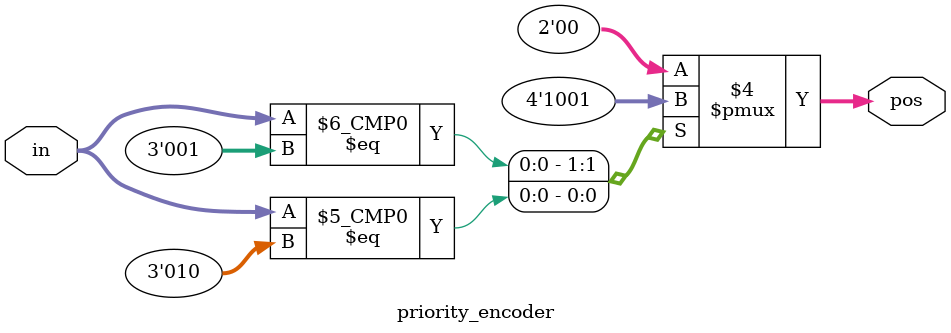
<source format=v>
module priority_encoder( 
input [2:0] in,
output reg [1:0] pos ); 
// When sel=1, assign b to out
always @*
case ( in )
3'd01: pos = 2'd2;
3'd10: pos = 2'd1;
3'd11: pos = 2'd0;
default: pos = 2'd0;
endcase
endmodule

</source>
